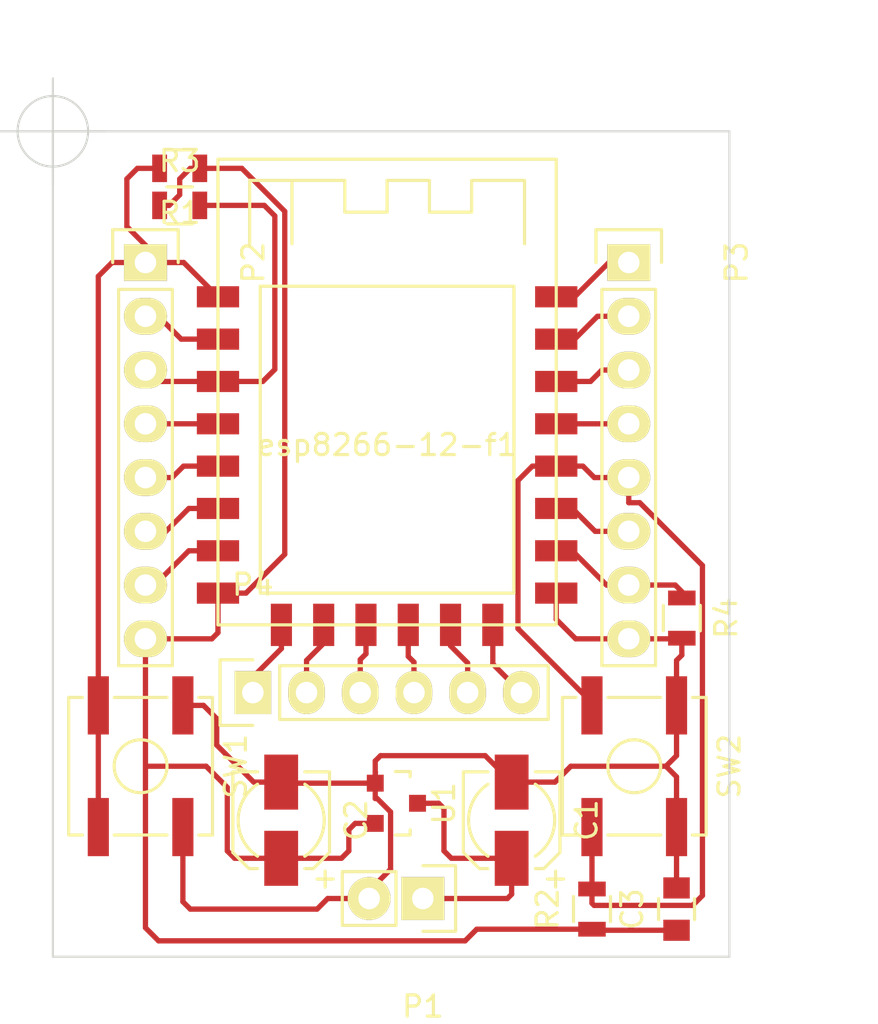
<source format=kicad_pcb>
(kicad_pcb (version 20171130) (host pcbnew "(5.1.12)-1")

  (general
    (thickness 1.6)
    (drawings 7)
    (tracks 175)
    (zones 0)
    (modules 15)
    (nets 24)
  )

  (page A4)
  (layers
    (0 F.Cu signal)
    (31 B.Cu signal)
    (32 B.Adhes user)
    (33 F.Adhes user)
    (34 B.Paste user)
    (35 F.Paste user)
    (36 B.SilkS user)
    (37 F.SilkS user)
    (38 B.Mask user)
    (39 F.Mask user)
    (40 Dwgs.User user)
    (41 Cmts.User user)
    (42 Eco1.User user)
    (43 Eco2.User user)
    (44 Edge.Cuts user)
    (45 Margin user)
    (46 B.CrtYd user)
    (47 F.CrtYd user hide)
    (48 B.Fab user)
    (49 F.Fab user)
  )

  (setup
    (last_trace_width 0.25)
    (trace_clearance 0.2)
    (zone_clearance 0.508)
    (zone_45_only no)
    (trace_min 0.2)
    (via_size 0.6)
    (via_drill 0.4)
    (via_min_size 0.4)
    (via_min_drill 0.3)
    (uvia_size 0.3)
    (uvia_drill 0.1)
    (uvias_allowed no)
    (uvia_min_size 0.2)
    (uvia_min_drill 0.1)
    (edge_width 0.1)
    (segment_width 0.2)
    (pcb_text_width 0.3)
    (pcb_text_size 1.5 1.5)
    (mod_edge_width 0.15)
    (mod_text_size 1 1)
    (mod_text_width 0.15)
    (pad_size 1.5 1.5)
    (pad_drill 0.6)
    (pad_to_mask_clearance 0)
    (aux_axis_origin 115 77)
    (visible_elements 7FFFFFFF)
    (pcbplotparams
      (layerselection 0x00030_80000001)
      (usegerberextensions false)
      (usegerberattributes true)
      (usegerberadvancedattributes true)
      (creategerberjobfile true)
      (excludeedgelayer true)
      (linewidth 0.100000)
      (plotframeref false)
      (viasonmask false)
      (mode 1)
      (useauxorigin false)
      (hpglpennumber 1)
      (hpglpenspeed 20)
      (hpglpendiameter 15.000000)
      (psnegative false)
      (psa4output false)
      (plotreference true)
      (plotvalue true)
      (plotinvisibletext false)
      (padsonsilk false)
      (subtractmaskfromsilk false)
      (outputformat 1)
      (mirror false)
      (drillshape 1)
      (scaleselection 1)
      (outputdirectory ""))
  )

  (net 0 "")
  (net 1 "Net-(C1-Pad1)")
  (net 2 GND)
  (net 3 VCC)
  (net 4 /RST)
  (net 5 /ADC)
  (net 6 /EN)
  (net 7 /GPIO16)
  (net 8 /GPIO14)
  (net 9 /GPIO12)
  (net 10 /GPIO13)
  (net 11 /CS0)
  (net 12 /MISO)
  (net 13 /GPIO9)
  (net 14 /GPIO10)
  (net 15 /MOSI)
  (net 16 /SCLK)
  (net 17 /GPIO15)
  (net 18 /GPIO2)
  (net 19 /GPIO0)
  (net 20 /GPIO4)
  (net 21 /GPIO5)
  (net 22 /RXD)
  (net 23 /TXD)

  (net_class Default "Это класс цепей по умолчанию."
    (clearance 0.2)
    (trace_width 0.25)
    (via_dia 0.6)
    (via_drill 0.4)
    (uvia_dia 0.3)
    (uvia_drill 0.1)
    (add_net /ADC)
    (add_net /CS0)
    (add_net /EN)
    (add_net /GPIO0)
    (add_net /GPIO10)
    (add_net /GPIO12)
    (add_net /GPIO13)
    (add_net /GPIO14)
    (add_net /GPIO15)
    (add_net /GPIO16)
    (add_net /GPIO2)
    (add_net /GPIO4)
    (add_net /GPIO5)
    (add_net /GPIO9)
    (add_net /MISO)
    (add_net /MOSI)
    (add_net /RST)
    (add_net /RXD)
    (add_net /SCLK)
    (add_net /TXD)
    (add_net GND)
    (add_net "Net-(C1-Pad1)")
    (add_net VCC)
  )

  (module Socket_Strips:Socket_Strip_Straight_1x08 locked (layer F.Cu) (tedit 0) (tstamp 58115C9E)
    (at 163.24 79.2 270)
    (descr "Through hole socket strip")
    (tags "socket strip")
    (path /5811AC52)
    (fp_text reference P3 (at 0 -5.1 270) (layer F.SilkS)
      (effects (font (size 1 1) (thickness 0.15)))
    )
    (fp_text value CONN_01X08 (at 0 -3.1 270) (layer F.Fab)
      (effects (font (size 1 1) (thickness 0.15)))
    )
    (fp_line (start -1.55 -1.55) (end -1.55 1.55) (layer F.SilkS) (width 0.15))
    (fp_line (start 0 -1.55) (end -1.55 -1.55) (layer F.SilkS) (width 0.15))
    (fp_line (start 1.27 1.27) (end 1.27 -1.27) (layer F.SilkS) (width 0.15))
    (fp_line (start -1.55 1.55) (end 0 1.55) (layer F.SilkS) (width 0.15))
    (fp_line (start 19.05 -1.27) (end 1.27 -1.27) (layer F.SilkS) (width 0.15))
    (fp_line (start 19.05 1.27) (end 19.05 -1.27) (layer F.SilkS) (width 0.15))
    (fp_line (start 1.27 1.27) (end 19.05 1.27) (layer F.SilkS) (width 0.15))
    (fp_line (start -1.75 1.75) (end 19.55 1.75) (layer F.CrtYd) (width 0.05))
    (fp_line (start -1.75 -1.75) (end 19.55 -1.75) (layer F.CrtYd) (width 0.05))
    (fp_line (start 19.55 -1.75) (end 19.55 1.75) (layer F.CrtYd) (width 0.05))
    (fp_line (start -1.75 -1.75) (end -1.75 1.75) (layer F.CrtYd) (width 0.05))
    (pad 1 thru_hole rect (at 0 0 270) (size 1.7272 2.032) (drill 1.016) (layers *.Cu *.Mask F.SilkS)
      (net 23 /TXD))
    (pad 2 thru_hole oval (at 2.54 0 270) (size 1.7272 2.032) (drill 1.016) (layers *.Cu *.Mask F.SilkS)
      (net 22 /RXD))
    (pad 3 thru_hole oval (at 5.08 0 270) (size 1.7272 2.032) (drill 1.016) (layers *.Cu *.Mask F.SilkS)
      (net 21 /GPIO5))
    (pad 4 thru_hole oval (at 7.62 0 270) (size 1.7272 2.032) (drill 1.016) (layers *.Cu *.Mask F.SilkS)
      (net 20 /GPIO4))
    (pad 5 thru_hole oval (at 10.16 0 270) (size 1.7272 2.032) (drill 1.016) (layers *.Cu *.Mask F.SilkS)
      (net 19 /GPIO0))
    (pad 6 thru_hole oval (at 12.7 0 270) (size 1.7272 2.032) (drill 1.016) (layers *.Cu *.Mask F.SilkS)
      (net 18 /GPIO2))
    (pad 7 thru_hole oval (at 15.24 0 270) (size 1.7272 2.032) (drill 1.016) (layers *.Cu *.Mask F.SilkS)
      (net 17 /GPIO15))
    (pad 8 thru_hole oval (at 17.78 0 270) (size 1.7272 2.032) (drill 1.016) (layers *.Cu *.Mask F.SilkS)
      (net 2 GND))
    (model Socket_Strips.3dshapes/Socket_Strip_Straight_1x08.wrl
      (offset (xyz 8.889999866485596 0 0))
      (scale (xyz 1 1 1))
      (rotate (xyz 0 0 180))
    )
  )

  (module Socket_Strips:Socket_Strip_Straight_1x08 locked (layer F.Cu) (tedit 0) (tstamp 58115C87)
    (at 140.38 79.2 270)
    (descr "Through hole socket strip")
    (tags "socket strip")
    (path /5811B8FF)
    (fp_text reference P2 (at 0 -5.1 270) (layer F.SilkS)
      (effects (font (size 1 1) (thickness 0.15)))
    )
    (fp_text value CONN_01X08 (at 0 -3.1 270) (layer F.Fab)
      (effects (font (size 1 1) (thickness 0.15)))
    )
    (fp_line (start -1.55 -1.55) (end -1.55 1.55) (layer F.SilkS) (width 0.15))
    (fp_line (start 0 -1.55) (end -1.55 -1.55) (layer F.SilkS) (width 0.15))
    (fp_line (start 1.27 1.27) (end 1.27 -1.27) (layer F.SilkS) (width 0.15))
    (fp_line (start -1.55 1.55) (end 0 1.55) (layer F.SilkS) (width 0.15))
    (fp_line (start 19.05 -1.27) (end 1.27 -1.27) (layer F.SilkS) (width 0.15))
    (fp_line (start 19.05 1.27) (end 19.05 -1.27) (layer F.SilkS) (width 0.15))
    (fp_line (start 1.27 1.27) (end 19.05 1.27) (layer F.SilkS) (width 0.15))
    (fp_line (start -1.75 1.75) (end 19.55 1.75) (layer F.CrtYd) (width 0.05))
    (fp_line (start -1.75 -1.75) (end 19.55 -1.75) (layer F.CrtYd) (width 0.05))
    (fp_line (start 19.55 -1.75) (end 19.55 1.75) (layer F.CrtYd) (width 0.05))
    (fp_line (start -1.75 -1.75) (end -1.75 1.75) (layer F.CrtYd) (width 0.05))
    (pad 1 thru_hole rect (at 0 0 270) (size 1.7272 2.032) (drill 1.016) (layers *.Cu *.Mask F.SilkS)
      (net 4 /RST))
    (pad 2 thru_hole oval (at 2.54 0 270) (size 1.7272 2.032) (drill 1.016) (layers *.Cu *.Mask F.SilkS)
      (net 5 /ADC))
    (pad 3 thru_hole oval (at 5.08 0 270) (size 1.7272 2.032) (drill 1.016) (layers *.Cu *.Mask F.SilkS)
      (net 6 /EN))
    (pad 4 thru_hole oval (at 7.62 0 270) (size 1.7272 2.032) (drill 1.016) (layers *.Cu *.Mask F.SilkS)
      (net 7 /GPIO16))
    (pad 5 thru_hole oval (at 10.16 0 270) (size 1.7272 2.032) (drill 1.016) (layers *.Cu *.Mask F.SilkS)
      (net 8 /GPIO14))
    (pad 6 thru_hole oval (at 12.7 0 270) (size 1.7272 2.032) (drill 1.016) (layers *.Cu *.Mask F.SilkS)
      (net 9 /GPIO12))
    (pad 7 thru_hole oval (at 15.24 0 270) (size 1.7272 2.032) (drill 1.016) (layers *.Cu *.Mask F.SilkS)
      (net 10 /GPIO13))
    (pad 8 thru_hole oval (at 17.78 0 270) (size 1.7272 2.032) (drill 1.016) (layers *.Cu *.Mask F.SilkS)
      (net 3 VCC))
    (model Socket_Strips.3dshapes/Socket_Strip_Straight_1x08.wrl
      (offset (xyz 8.889999866485596 0 0))
      (scale (xyz 1 1 1))
      (rotate (xyz 0 0 180))
    )
  )

  (module Buttons_Switches_SMD:SW_SPST_B3SL-1002P placed (layer F.Cu) (tedit 56ED9E57) (tstamp 58115D15)
    (at 163.5 103 270)
    (descr "Middle Stroke Tactile Switch, B3SL")
    (tags "Middle Stroke Tactile Switch")
    (path /58118E9E)
    (attr smd)
    (fp_text reference SW2 (at 0 -4.5 270) (layer F.SilkS)
      (effects (font (size 1 1) (thickness 0.15)))
    )
    (fp_text value SW_PUSH (at 0 4.75 270) (layer F.Fab)
      (effects (font (size 1 1) (thickness 0.15)))
    )
    (fp_line (start -3.1 3.25) (end -3.1 -3.25) (layer F.Fab) (width 0.15))
    (fp_line (start 3.1 3.25) (end -3.1 3.25) (layer F.Fab) (width 0.15))
    (fp_line (start 3.1 -3.25) (end 3.1 3.25) (layer F.Fab) (width 0.15))
    (fp_line (start -3.1 -3.25) (end 3.1 -3.25) (layer F.Fab) (width 0.15))
    (fp_line (start -3.25 -1.25) (end -3.25 1.25) (layer F.SilkS) (width 0.15))
    (fp_line (start 3.25 -1.25) (end 3.25 1.25) (layer F.SilkS) (width 0.15))
    (fp_line (start -3.25 -3.4) (end -3.25 -2.75) (layer F.SilkS) (width 0.15))
    (fp_line (start 3.25 -3.4) (end -3.25 -3.4) (layer F.SilkS) (width 0.15))
    (fp_line (start 3.25 -2.75) (end 3.25 -3.4) (layer F.SilkS) (width 0.15))
    (fp_line (start -3.25 3.4) (end -3.25 2.75) (layer F.SilkS) (width 0.15))
    (fp_line (start 3.25 3.4) (end -3.25 3.4) (layer F.SilkS) (width 0.15))
    (fp_line (start 3.25 2.75) (end 3.25 3.4) (layer F.SilkS) (width 0.15))
    (fp_line (start -4.5 -3.65) (end -4.5 3.65) (layer F.CrtYd) (width 0.05))
    (fp_line (start 4.5 -3.65) (end -4.5 -3.65) (layer F.CrtYd) (width 0.05))
    (fp_line (start 4.5 3.65) (end 4.5 -3.65) (layer F.CrtYd) (width 0.05))
    (fp_line (start -4.5 3.65) (end 4.5 3.65) (layer F.CrtYd) (width 0.05))
    (fp_circle (center 0 0) (end 1.25 0) (layer F.SilkS) (width 0.15))
    (pad 1 smd rect (at -2.875 -2 270) (size 2.75 1) (layers F.Cu F.Paste F.Mask)
      (net 2 GND))
    (pad 1 smd rect (at 2.875 -2 270) (size 2.75 1) (layers F.Cu F.Paste F.Mask)
      (net 2 GND))
    (pad 2 smd rect (at 2.875 2 270) (size 2.75 1) (layers F.Cu F.Paste F.Mask)
      (net 19 /GPIO0))
    (pad 2 smd rect (at -2.875 2 270) (size 2.75 1) (layers F.Cu F.Paste F.Mask)
      (net 19 /GPIO0))
  )

  (module Buttons_Switches_SMD:SW_SPST_B3SL-1002P placed (layer F.Cu) (tedit 56ED9E57) (tstamp 58115CFC)
    (at 140.15 103 270)
    (descr "Middle Stroke Tactile Switch, B3SL")
    (tags "Middle Stroke Tactile Switch")
    (path /581186E4)
    (attr smd)
    (fp_text reference SW1 (at 0 -4.5 270) (layer F.SilkS)
      (effects (font (size 1 1) (thickness 0.15)))
    )
    (fp_text value SW_PUSH (at 0 4.75 270) (layer F.Fab)
      (effects (font (size 1 1) (thickness 0.15)))
    )
    (fp_line (start -3.1 3.25) (end -3.1 -3.25) (layer F.Fab) (width 0.15))
    (fp_line (start 3.1 3.25) (end -3.1 3.25) (layer F.Fab) (width 0.15))
    (fp_line (start 3.1 -3.25) (end 3.1 3.25) (layer F.Fab) (width 0.15))
    (fp_line (start -3.1 -3.25) (end 3.1 -3.25) (layer F.Fab) (width 0.15))
    (fp_line (start -3.25 -1.25) (end -3.25 1.25) (layer F.SilkS) (width 0.15))
    (fp_line (start 3.25 -1.25) (end 3.25 1.25) (layer F.SilkS) (width 0.15))
    (fp_line (start -3.25 -3.4) (end -3.25 -2.75) (layer F.SilkS) (width 0.15))
    (fp_line (start 3.25 -3.4) (end -3.25 -3.4) (layer F.SilkS) (width 0.15))
    (fp_line (start 3.25 -2.75) (end 3.25 -3.4) (layer F.SilkS) (width 0.15))
    (fp_line (start -3.25 3.4) (end -3.25 2.75) (layer F.SilkS) (width 0.15))
    (fp_line (start 3.25 3.4) (end -3.25 3.4) (layer F.SilkS) (width 0.15))
    (fp_line (start 3.25 2.75) (end 3.25 3.4) (layer F.SilkS) (width 0.15))
    (fp_line (start -4.5 -3.65) (end -4.5 3.65) (layer F.CrtYd) (width 0.05))
    (fp_line (start 4.5 -3.65) (end -4.5 -3.65) (layer F.CrtYd) (width 0.05))
    (fp_line (start 4.5 3.65) (end 4.5 -3.65) (layer F.CrtYd) (width 0.05))
    (fp_line (start -4.5 3.65) (end 4.5 3.65) (layer F.CrtYd) (width 0.05))
    (fp_circle (center 0 0) (end 1.25 0) (layer F.SilkS) (width 0.15))
    (pad 1 smd rect (at -2.875 -2 270) (size 2.75 1) (layers F.Cu F.Paste F.Mask)
      (net 2 GND))
    (pad 1 smd rect (at 2.875 -2 270) (size 2.75 1) (layers F.Cu F.Paste F.Mask)
      (net 2 GND))
    (pad 2 smd rect (at 2.875 2 270) (size 2.75 1) (layers F.Cu F.Paste F.Mask)
      (net 4 /RST))
    (pad 2 smd rect (at -2.875 2 270) (size 2.75 1) (layers F.Cu F.Paste F.Mask)
      (net 4 /RST))
  )

  (module Capacitors_SMD:c_elec_4x5.8 placed (layer F.Cu) (tedit 57FA4419) (tstamp 58115C05)
    (at 157.7 105.55 90)
    (descr "SMT capacitor, aluminium electrolytic, 4x5.8")
    (path /5811CEF2)
    (attr smd)
    (fp_text reference C1 (at 0 3.5433 90) (layer F.SilkS)
      (effects (font (size 1 1) (thickness 0.15)))
    )
    (fp_text value 10μf (at 0 -3.5433 90) (layer F.Fab)
      (effects (font (size 1 1) (thickness 0.15)))
    )
    (fp_line (start -1.524 -2.286) (end -2.286 -1.524) (layer F.SilkS) (width 0.15))
    (fp_line (start -1.524 -2.286) (end 2.286 -2.286) (layer F.SilkS) (width 0.15))
    (fp_line (start -1.524 2.286) (end -2.286 1.524) (layer F.SilkS) (width 0.15))
    (fp_line (start -1.524 2.286) (end 2.286 2.286) (layer F.SilkS) (width 0.15))
    (fp_line (start 3.35 2.65) (end 3.35 -2.65) (layer F.CrtYd) (width 0.05))
    (fp_line (start -3.35 2.65) (end 3.35 2.65) (layer F.CrtYd) (width 0.05))
    (fp_line (start -3.35 -2.65) (end -3.35 2.65) (layer F.CrtYd) (width 0.05))
    (fp_line (start 3.35 -2.65) (end -3.35 -2.65) (layer F.CrtYd) (width 0.05))
    (fp_line (start -2.286 -1.524) (end -2.286 -1.1176) (layer F.SilkS) (width 0.15))
    (fp_line (start 2.286 -2.286) (end 2.286 -1.1176) (layer F.SilkS) (width 0.15))
    (fp_line (start 2.286 2.286) (end 2.286 1.1176) (layer F.SilkS) (width 0.15))
    (fp_line (start -2.286 1.524) (end -2.286 1.1176) (layer F.SilkS) (width 0.15))
    (fp_line (start 2.1336 -2.1336) (end -1.4605 -2.1336) (layer F.Fab) (width 0.15))
    (fp_line (start -1.4605 -2.1336) (end -2.1336 -1.4605) (layer F.Fab) (width 0.15))
    (fp_line (start -2.1336 -1.4605) (end -2.1336 1.4605) (layer F.Fab) (width 0.15))
    (fp_line (start -2.1336 1.4605) (end -1.4605 2.1336) (layer F.Fab) (width 0.15))
    (fp_line (start -1.4605 2.1336) (end 2.1336 2.1336) (layer F.Fab) (width 0.15))
    (fp_line (start 2.1336 2.1336) (end 2.1336 -2.1336) (layer F.Fab) (width 0.15))
    (fp_text user + (at -1.1176 -0.0635 90) (layer F.Fab)
      (effects (font (size 1 1) (thickness 0.15)))
    )
    (fp_text user + (at -2.7813 2.0066 90) (layer F.SilkS)
      (effects (font (size 1 1) (thickness 0.15)))
    )
    (fp_arc (start 0 0) (end 1.7018 1.1176) (angle 113.5052292) (layer F.SilkS) (width 0.15))
    (fp_arc (start 0 0) (end -1.7018 -1.1176) (angle 113.4128735) (layer F.SilkS) (width 0.15))
    (pad 1 smd rect (at -1.8 0 270) (size 2.6 1.6) (layers F.Cu F.Paste F.Mask)
      (net 1 "Net-(C1-Pad1)"))
    (pad 2 smd rect (at 1.8 0 270) (size 2.6 1.6) (layers F.Cu F.Paste F.Mask)
      (net 2 GND))
    (model Capacitors_SMD.3dshapes/c_elec_4x5.8.wrl
      (at (xyz 0 0 0))
      (scale (xyz 1 1 1))
      (rotate (xyz 0 0 180))
    )
  )

  (module Capacitors_SMD:c_elec_4x5.8 placed (layer F.Cu) (tedit 581289CF) (tstamp 58115C21)
    (at 146.8 105.55 90)
    (descr "SMT capacitor, aluminium electrolytic, 4x5.8")
    (path /5811CF67)
    (attr smd)
    (fp_text reference C2 (at 0 3.5433 90) (layer F.SilkS)
      (effects (font (size 1 1) (thickness 0.15)))
    )
    (fp_text value 10μf (at 0 -3.5433 90) (layer F.Fab)
      (effects (font (size 1 1) (thickness 0.15)))
    )
    (fp_line (start -1.524 -2.286) (end -2.286 -1.524) (layer F.SilkS) (width 0.15))
    (fp_line (start -1.524 -2.286) (end 2.286 -2.286) (layer F.SilkS) (width 0.15))
    (fp_line (start -1.524 2.286) (end -2.286 1.524) (layer F.SilkS) (width 0.15))
    (fp_line (start -1.524 2.286) (end 2.286 2.286) (layer F.SilkS) (width 0.15))
    (fp_line (start 3.35 2.65) (end 3.35 -2.65) (layer F.CrtYd) (width 0.05))
    (fp_line (start -3.35 2.65) (end 3.35 2.65) (layer F.CrtYd) (width 0.05))
    (fp_line (start -3.35 -2.65) (end -3.35 2.65) (layer F.CrtYd) (width 0.05))
    (fp_line (start 3.35 -2.65) (end -3.35 -2.65) (layer F.CrtYd) (width 0.05))
    (fp_line (start -2.286 -1.524) (end -2.286 -1.1176) (layer F.SilkS) (width 0.15))
    (fp_line (start 2.286 -2.286) (end 2.286 -1.1176) (layer F.SilkS) (width 0.15))
    (fp_line (start 2.286 2.286) (end 2.286 1.1176) (layer F.SilkS) (width 0.15))
    (fp_line (start -2.286 1.524) (end -2.286 1.1176) (layer F.SilkS) (width 0.15))
    (fp_line (start 2.1336 -2.1336) (end -1.4605 -2.1336) (layer F.Fab) (width 0.15))
    (fp_line (start -1.4605 -2.1336) (end -2.1336 -1.4605) (layer F.Fab) (width 0.15))
    (fp_line (start -2.1336 -1.4605) (end -2.1336 1.4605) (layer F.Fab) (width 0.15))
    (fp_line (start -2.1336 1.4605) (end -1.4605 2.1336) (layer F.Fab) (width 0.15))
    (fp_line (start -1.4605 2.1336) (end 2.1336 2.1336) (layer F.Fab) (width 0.15))
    (fp_line (start 2.1336 2.1336) (end 2.1336 -2.1336) (layer F.Fab) (width 0.15))
    (fp_text user + (at -1.1176 -0.0635 90) (layer F.Fab)
      (effects (font (size 1 1) (thickness 0.15)))
    )
    (fp_text user + (at -2.7813 2.0066 90) (layer F.SilkS)
      (effects (font (size 1 1) (thickness 0.15)))
    )
    (fp_arc (start 0 0) (end 1.7018 1.1176) (angle 113.5052292) (layer F.SilkS) (width 0.15))
    (fp_arc (start 0 0) (end -1.7018 -1.1176) (angle 113.4128735) (layer F.SilkS) (width 0.15))
    (pad 1 smd rect (at -1.8 0 270) (size 2.6 1.6) (layers F.Cu F.Paste F.Mask)
      (net 3 VCC))
    (pad 2 smd rect (at 1.8 0 270) (size 2.6 1.6) (layers F.Cu F.Paste F.Mask)
      (net 2 GND))
    (model Capacitors_SMD.3dshapes/c_elec_4x5.8.wrl
      (at (xyz 0 0 0))
      (scale (xyz 1 1 1))
      (rotate (xyz 0 0 180))
    )
  )

  (module Capacitors_SMD:C_0805 placed (layer F.Cu) (tedit 58128674) (tstamp 58115C31)
    (at 165.5 109.75 90)
    (descr "Capacitor SMD 0805, reflow soldering, AVX (see smccp.pdf)")
    (tags "capacitor 0805")
    (path /58114BC5)
    (attr smd)
    (fp_text reference C3 (at 0 -2.1 90) (layer F.SilkS)
      (effects (font (size 1 1) (thickness 0.15)))
    )
    (fp_text value 100μ (at 0 2.1 90) (layer F.Fab) hide
      (effects (font (size 1 1) (thickness 0.15)))
    )
    (fp_line (start -0.5 0.85) (end 0.5 0.85) (layer F.SilkS) (width 0.15))
    (fp_line (start 0.5 -0.85) (end -0.5 -0.85) (layer F.SilkS) (width 0.15))
    (fp_line (start 1.8 -1) (end 1.8 1) (layer F.CrtYd) (width 0.05))
    (fp_line (start -1.8 -1) (end -1.8 1) (layer F.CrtYd) (width 0.05))
    (fp_line (start -1.8 1) (end 1.8 1) (layer F.CrtYd) (width 0.05))
    (fp_line (start -1.8 -1) (end 1.8 -1) (layer F.CrtYd) (width 0.05))
    (fp_line (start -1 -0.625) (end 1 -0.625) (layer F.Fab) (width 0.15))
    (fp_line (start 1 -0.625) (end 1 0.625) (layer F.Fab) (width 0.15))
    (fp_line (start 1 0.625) (end -1 0.625) (layer F.Fab) (width 0.15))
    (fp_line (start -1 0.625) (end -1 -0.625) (layer F.Fab) (width 0.15))
    (pad 1 smd rect (at -1 0 90) (size 1 1.25) (layers F.Cu F.Paste F.Mask)
      (net 3 VCC))
    (pad 2 smd rect (at 1 0 90) (size 1 1.25) (layers F.Cu F.Paste F.Mask)
      (net 2 GND))
    (model Capacitors_SMD.3dshapes/C_0805.wrl
      (at (xyz 0 0 0))
      (scale (xyz 1 1 1))
      (rotate (xyz 0 0 0))
    )
  )

  (module esp8266:esp8266-12f locked (layer F.Cu) (tedit 5810E4F3) (tstamp 58115C5F)
    (at 151.81 86.82)
    (path /58124A22)
    (fp_text reference esp8266-12-f1 (at 0 1) (layer F.SilkS)
      (effects (font (size 1 1) (thickness 0.15)))
    )
    (fp_text value esp8266-12f (at 0 -1) (layer F.Fab)
      (effects (font (size 1 1) (thickness 0.15)))
    )
    (fp_line (start -8 9.5) (end -8 -12.5) (layer F.SilkS) (width 0.15))
    (fp_line (start 8 9.5) (end -8 9.5) (layer F.SilkS) (width 0.15))
    (fp_line (start 8 -12.5) (end 8 9.5) (layer F.SilkS) (width 0.15))
    (fp_line (start -8 -12.5) (end 8 -12.5) (layer F.SilkS) (width 0.15))
    (fp_line (start 6.5 -11.5) (end 6.5 -8.5) (layer F.SilkS) (width 0.15))
    (fp_line (start 4 -11.5) (end 6.5 -11.5) (layer F.SilkS) (width 0.15))
    (fp_line (start 4 -10) (end 4 -11.5) (layer F.SilkS) (width 0.15))
    (fp_line (start 2 -10) (end 4 -10) (layer F.SilkS) (width 0.15))
    (fp_line (start 2 -11.5) (end 2 -10) (layer F.SilkS) (width 0.15))
    (fp_line (start 0 -11.5) (end 2 -11.5) (layer F.SilkS) (width 0.15))
    (fp_line (start 0 -10) (end 0 -11.5) (layer F.SilkS) (width 0.15))
    (fp_line (start -2 -10) (end 0 -10) (layer F.SilkS) (width 0.15))
    (fp_line (start -2 -11.5) (end -2 -10) (layer F.SilkS) (width 0.15))
    (fp_line (start -6.5 -11.5) (end -2 -11.5) (layer F.SilkS) (width 0.15))
    (fp_line (start -6.5 -8.5) (end -6.5 -11.5) (layer F.SilkS) (width 0.15))
    (fp_line (start -4.5 -8.5) (end -4.5 -11.5) (layer F.SilkS) (width 0.15))
    (fp_line (start -6 8) (end -6 -6.5) (layer F.SilkS) (width 0.15))
    (fp_line (start 6 8) (end -6 8) (layer F.SilkS) (width 0.15))
    (fp_line (start 6 -6.5) (end 6 8) (layer F.SilkS) (width 0.15))
    (fp_line (start -6 -6.5) (end 6 -6.5) (layer F.SilkS) (width 0.15))
    (pad 1 smd rect (at -8 -6) (size 2 1) (layers F.Cu F.Paste F.Mask)
      (net 4 /RST))
    (pad 2 smd rect (at -8 -4) (size 2 1) (layers F.Cu F.Paste F.Mask)
      (net 5 /ADC))
    (pad 3 smd rect (at -8 -2) (size 2 1) (layers F.Cu F.Paste F.Mask)
      (net 6 /EN))
    (pad 4 smd rect (at -8 0) (size 2 1) (layers F.Cu F.Paste F.Mask)
      (net 7 /GPIO16))
    (pad 5 smd rect (at -8 2) (size 2 1) (layers F.Cu F.Paste F.Mask)
      (net 8 /GPIO14))
    (pad 6 smd rect (at -8 4) (size 2 1) (layers F.Cu F.Paste F.Mask)
      (net 9 /GPIO12))
    (pad 7 smd rect (at -8 6) (size 2 1) (layers F.Cu F.Paste F.Mask)
      (net 10 /GPIO13))
    (pad 8 smd rect (at -8 8) (size 2 1) (layers F.Cu F.Paste F.Mask)
      (net 3 VCC))
    (pad 9 smd rect (at -5 9.5) (size 1 2) (layers F.Cu F.Paste F.Mask)
      (net 11 /CS0))
    (pad 10 smd rect (at -3 9.5) (size 1 2) (layers F.Cu F.Paste F.Mask)
      (net 12 /MISO))
    (pad 11 smd rect (at -1 9.5) (size 1 2) (layers F.Cu F.Paste F.Mask)
      (net 13 /GPIO9))
    (pad 12 smd rect (at 1 9.5) (size 1 2) (layers F.Cu F.Paste F.Mask)
      (net 14 /GPIO10))
    (pad 13 smd rect (at 3 9.5) (size 1 2) (layers F.Cu F.Paste F.Mask)
      (net 15 /MOSI))
    (pad 14 smd rect (at 5 9.5) (size 1 2) (layers F.Cu F.Paste F.Mask)
      (net 16 /SCLK))
    (pad 15 smd rect (at 8 8) (size 2 1) (layers F.Cu F.Paste F.Mask)
      (net 2 GND))
    (pad 16 smd rect (at 8 6) (size 2 1) (layers F.Cu F.Paste F.Mask)
      (net 17 /GPIO15))
    (pad 17 smd rect (at 8 4) (size 2 1) (layers F.Cu F.Paste F.Mask)
      (net 18 /GPIO2))
    (pad 18 smd rect (at 8 2) (size 2 1) (layers F.Cu F.Paste F.Mask)
      (net 19 /GPIO0))
    (pad 19 smd rect (at 8 0) (size 2 1) (layers F.Cu F.Paste F.Mask)
      (net 20 /GPIO4))
    (pad 20 smd rect (at 8 -2) (size 2 1) (layers F.Cu F.Paste F.Mask)
      (net 21 /GPIO5))
    (pad 21 smd rect (at 8 -4) (size 2 1) (layers F.Cu F.Paste F.Mask)
      (net 22 /RXD))
    (pad 22 smd rect (at 8 -6) (size 2 1) (layers F.Cu F.Paste F.Mask)
      (net 23 /TXD))
  )

  (module Socket_Strips:Socket_Strip_Straight_1x02 placed (layer F.Cu) (tedit 54E9F75E) (tstamp 58115C70)
    (at 153.5 109.25 180)
    (descr "Through hole socket strip")
    (tags "socket strip")
    (path /58112D2B)
    (fp_text reference P1 (at 0 -5.1 180) (layer F.SilkS)
      (effects (font (size 1 1) (thickness 0.15)))
    )
    (fp_text value VIN (at 0 -3.1 180) (layer F.Fab)
      (effects (font (size 1 1) (thickness 0.15)))
    )
    (fp_line (start 3.81 -1.27) (end 3.81 1.27) (layer F.SilkS) (width 0.15))
    (fp_line (start 1.27 -1.27) (end 3.81 -1.27) (layer F.SilkS) (width 0.15))
    (fp_line (start -1.55 -1.55) (end -1.55 1.55) (layer F.SilkS) (width 0.15))
    (fp_line (start 0 -1.55) (end -1.55 -1.55) (layer F.SilkS) (width 0.15))
    (fp_line (start 1.27 1.27) (end 1.27 -1.27) (layer F.SilkS) (width 0.15))
    (fp_line (start -1.75 1.75) (end 4.3 1.75) (layer F.CrtYd) (width 0.05))
    (fp_line (start -1.75 -1.75) (end 4.3 -1.75) (layer F.CrtYd) (width 0.05))
    (fp_line (start 4.3 -1.75) (end 4.3 1.75) (layer F.CrtYd) (width 0.05))
    (fp_line (start -1.75 -1.75) (end -1.75 1.75) (layer F.CrtYd) (width 0.05))
    (fp_line (start 3.81 1.27) (end 1.27 1.27) (layer F.SilkS) (width 0.15))
    (fp_line (start -1.55 1.55) (end 0 1.55) (layer F.SilkS) (width 0.15))
    (pad 1 thru_hole rect (at 0 0 180) (size 2.032 2.032) (drill 1.016) (layers *.Cu *.Mask F.SilkS)
      (net 1 "Net-(C1-Pad1)"))
    (pad 2 thru_hole oval (at 2.54 0 180) (size 2.032 2.032) (drill 1.016) (layers *.Cu *.Mask F.SilkS)
      (net 2 GND))
    (model Socket_Strips.3dshapes/Socket_Strip_Straight_1x02.wrl
      (offset (xyz 1.269999980926514 0 0))
      (scale (xyz 1 1 1))
      (rotate (xyz 0 0 180))
    )
  )

  (module Socket_Strips:Socket_Strip_Straight_1x06 locked (layer F.Cu) (tedit 0) (tstamp 58115CB3)
    (at 145.46 99.52)
    (descr "Through hole socket strip")
    (tags "socket strip")
    (path /5811C922)
    (fp_text reference P4 (at 0 -5.1) (layer F.SilkS)
      (effects (font (size 1 1) (thickness 0.15)))
    )
    (fp_text value CONN_01X06 (at 0 -3.1) (layer F.Fab)
      (effects (font (size 1 1) (thickness 0.15)))
    )
    (fp_line (start -1.55 -1.55) (end -1.55 1.55) (layer F.SilkS) (width 0.15))
    (fp_line (start 0 -1.55) (end -1.55 -1.55) (layer F.SilkS) (width 0.15))
    (fp_line (start 1.27 1.27) (end 1.27 -1.27) (layer F.SilkS) (width 0.15))
    (fp_line (start -1.55 1.55) (end 0 1.55) (layer F.SilkS) (width 0.15))
    (fp_line (start 13.97 -1.27) (end 1.27 -1.27) (layer F.SilkS) (width 0.15))
    (fp_line (start 13.97 1.27) (end 13.97 -1.27) (layer F.SilkS) (width 0.15))
    (fp_line (start 1.27 1.27) (end 13.97 1.27) (layer F.SilkS) (width 0.15))
    (fp_line (start -1.75 1.75) (end 14.45 1.75) (layer F.CrtYd) (width 0.05))
    (fp_line (start -1.75 -1.75) (end 14.45 -1.75) (layer F.CrtYd) (width 0.05))
    (fp_line (start 14.45 -1.75) (end 14.45 1.75) (layer F.CrtYd) (width 0.05))
    (fp_line (start -1.75 -1.75) (end -1.75 1.75) (layer F.CrtYd) (width 0.05))
    (pad 1 thru_hole rect (at 0 0) (size 1.7272 2.032) (drill 1.016) (layers *.Cu *.Mask F.SilkS)
      (net 11 /CS0))
    (pad 2 thru_hole oval (at 2.54 0) (size 1.7272 2.032) (drill 1.016) (layers *.Cu *.Mask F.SilkS)
      (net 12 /MISO))
    (pad 3 thru_hole oval (at 5.08 0) (size 1.7272 2.032) (drill 1.016) (layers *.Cu *.Mask F.SilkS)
      (net 13 /GPIO9))
    (pad 4 thru_hole oval (at 7.62 0) (size 1.7272 2.032) (drill 1.016) (layers *.Cu *.Mask F.SilkS)
      (net 14 /GPIO10))
    (pad 5 thru_hole oval (at 10.16 0) (size 1.7272 2.032) (drill 1.016) (layers *.Cu *.Mask F.SilkS)
      (net 15 /MOSI))
    (pad 6 thru_hole oval (at 12.7 0) (size 1.7272 2.032) (drill 1.016) (layers *.Cu *.Mask F.SilkS)
      (net 16 /SCLK))
    (model Socket_Strips.3dshapes/Socket_Strip_Straight_1x06.wrl
      (offset (xyz 6.349999904632568 0 0))
      (scale (xyz 1 1 1))
      (rotate (xyz 0 0 180))
    )
  )

  (module Resistors_SMD:R_0805 placed (layer F.Cu) (tedit 5415CDEB) (tstamp 58115CBF)
    (at 142 74.75 180)
    (descr "Resistor SMD 0805, reflow soldering, Vishay (see dcrcw.pdf)")
    (tags "resistor 0805")
    (path /58117E2E)
    (attr smd)
    (fp_text reference R1 (at 0 -2.1 180) (layer F.SilkS)
      (effects (font (size 1 1) (thickness 0.15)))
    )
    (fp_text value 10K (at 0 2.1 180) (layer F.Fab)
      (effects (font (size 1 1) (thickness 0.15)))
    )
    (fp_line (start -0.6 -0.875) (end 0.6 -0.875) (layer F.SilkS) (width 0.15))
    (fp_line (start 0.6 0.875) (end -0.6 0.875) (layer F.SilkS) (width 0.15))
    (fp_line (start 1.6 -1) (end 1.6 1) (layer F.CrtYd) (width 0.05))
    (fp_line (start -1.6 -1) (end -1.6 1) (layer F.CrtYd) (width 0.05))
    (fp_line (start -1.6 1) (end 1.6 1) (layer F.CrtYd) (width 0.05))
    (fp_line (start -1.6 -1) (end 1.6 -1) (layer F.CrtYd) (width 0.05))
    (pad 1 smd rect (at -0.95 0 180) (size 0.7 1.3) (layers F.Cu F.Paste F.Mask)
      (net 3 VCC))
    (pad 2 smd rect (at 0.95 0 180) (size 0.7 1.3) (layers F.Cu F.Paste F.Mask)
      (net 4 /RST))
    (model Resistors_SMD.3dshapes/R_0805.wrl
      (at (xyz 0 0 0))
      (scale (xyz 1 1 1))
      (rotate (xyz 0 0 0))
    )
  )

  (module Resistors_SMD:R_0805 placed (layer F.Cu) (tedit 5415CDEB) (tstamp 58115CCB)
    (at 161.5 109.75 90)
    (descr "Resistor SMD 0805, reflow soldering, Vishay (see dcrcw.pdf)")
    (tags "resistor 0805")
    (path /58118E95)
    (attr smd)
    (fp_text reference R2 (at 0 -2.1 90) (layer F.SilkS)
      (effects (font (size 1 1) (thickness 0.15)))
    )
    (fp_text value 10K (at 0 2.1 90) (layer F.Fab)
      (effects (font (size 1 1) (thickness 0.15)))
    )
    (fp_line (start -0.6 -0.875) (end 0.6 -0.875) (layer F.SilkS) (width 0.15))
    (fp_line (start 0.6 0.875) (end -0.6 0.875) (layer F.SilkS) (width 0.15))
    (fp_line (start 1.6 -1) (end 1.6 1) (layer F.CrtYd) (width 0.05))
    (fp_line (start -1.6 -1) (end -1.6 1) (layer F.CrtYd) (width 0.05))
    (fp_line (start -1.6 1) (end 1.6 1) (layer F.CrtYd) (width 0.05))
    (fp_line (start -1.6 -1) (end 1.6 -1) (layer F.CrtYd) (width 0.05))
    (pad 1 smd rect (at -0.95 0 90) (size 0.7 1.3) (layers F.Cu F.Paste F.Mask)
      (net 3 VCC))
    (pad 2 smd rect (at 0.95 0 90) (size 0.7 1.3) (layers F.Cu F.Paste F.Mask)
      (net 19 /GPIO0))
    (model Resistors_SMD.3dshapes/R_0805.wrl
      (at (xyz 0 0 0))
      (scale (xyz 1 1 1))
      (rotate (xyz 0 0 0))
    )
  )

  (module Resistors_SMD:R_0805 placed (layer F.Cu) (tedit 5415CDEB) (tstamp 58115CD7)
    (at 142 76.5)
    (descr "Resistor SMD 0805, reflow soldering, Vishay (see dcrcw.pdf)")
    (tags "resistor 0805")
    (path /5811429F)
    (attr smd)
    (fp_text reference R3 (at 0 -2.1) (layer F.SilkS)
      (effects (font (size 1 1) (thickness 0.15)))
    )
    (fp_text value 10K (at 0 2.1) (layer F.Fab)
      (effects (font (size 1 1) (thickness 0.15)))
    )
    (fp_line (start -0.6 -0.875) (end 0.6 -0.875) (layer F.SilkS) (width 0.15))
    (fp_line (start 0.6 0.875) (end -0.6 0.875) (layer F.SilkS) (width 0.15))
    (fp_line (start 1.6 -1) (end 1.6 1) (layer F.CrtYd) (width 0.05))
    (fp_line (start -1.6 -1) (end -1.6 1) (layer F.CrtYd) (width 0.05))
    (fp_line (start -1.6 1) (end 1.6 1) (layer F.CrtYd) (width 0.05))
    (fp_line (start -1.6 -1) (end 1.6 -1) (layer F.CrtYd) (width 0.05))
    (pad 1 smd rect (at -0.95 0) (size 0.7 1.3) (layers F.Cu F.Paste F.Mask)
      (net 3 VCC))
    (pad 2 smd rect (at 0.95 0) (size 0.7 1.3) (layers F.Cu F.Paste F.Mask)
      (net 6 /EN))
    (model Resistors_SMD.3dshapes/R_0805.wrl
      (at (xyz 0 0 0))
      (scale (xyz 1 1 1))
      (rotate (xyz 0 0 0))
    )
  )

  (module Resistors_SMD:R_0805 placed (layer F.Cu) (tedit 5415CDEB) (tstamp 58115CE3)
    (at 165.75 96 270)
    (descr "Resistor SMD 0805, reflow soldering, Vishay (see dcrcw.pdf)")
    (tags "resistor 0805")
    (path /581158EB)
    (attr smd)
    (fp_text reference R4 (at 0 -2.1 270) (layer F.SilkS)
      (effects (font (size 1 1) (thickness 0.15)))
    )
    (fp_text value 10K (at 0 2.1 270) (layer F.Fab)
      (effects (font (size 1 1) (thickness 0.15)))
    )
    (fp_line (start -0.6 -0.875) (end 0.6 -0.875) (layer F.SilkS) (width 0.15))
    (fp_line (start 0.6 0.875) (end -0.6 0.875) (layer F.SilkS) (width 0.15))
    (fp_line (start 1.6 -1) (end 1.6 1) (layer F.CrtYd) (width 0.05))
    (fp_line (start -1.6 -1) (end -1.6 1) (layer F.CrtYd) (width 0.05))
    (fp_line (start -1.6 1) (end 1.6 1) (layer F.CrtYd) (width 0.05))
    (fp_line (start -1.6 -1) (end 1.6 -1) (layer F.CrtYd) (width 0.05))
    (pad 1 smd rect (at -0.95 0 270) (size 0.7 1.3) (layers F.Cu F.Paste F.Mask)
      (net 17 /GPIO15))
    (pad 2 smd rect (at 0.95 0 270) (size 0.7 1.3) (layers F.Cu F.Paste F.Mask)
      (net 2 GND))
    (model Resistors_SMD.3dshapes/R_0805.wrl
      (at (xyz 0 0 0))
      (scale (xyz 1 1 1))
      (rotate (xyz 0 0 0))
    )
  )

  (module TO_SOT_Packages_SMD:SOT-23 placed (layer F.Cu) (tedit 553634F8) (tstamp 58115D25)
    (at 152.25 104.75 270)
    (descr "SOT-23, Standard")
    (tags SOT-23)
    (path /58112D86)
    (attr smd)
    (fp_text reference U1 (at 0 -2.25 270) (layer F.SilkS)
      (effects (font (size 1 1) (thickness 0.15)))
    )
    (fp_text value APE8865N-33-HF-3 (at 0 2.3 270) (layer F.Fab)
      (effects (font (size 1 1) (thickness 0.15)))
    )
    (fp_line (start 1.49982 -0.65024) (end 1.49982 0.0508) (layer F.SilkS) (width 0.15))
    (fp_line (start 1.29916 -0.65024) (end 1.49982 -0.65024) (layer F.SilkS) (width 0.15))
    (fp_line (start -1.49982 -0.65024) (end -1.2509 -0.65024) (layer F.SilkS) (width 0.15))
    (fp_line (start -1.49982 0.0508) (end -1.49982 -0.65024) (layer F.SilkS) (width 0.15))
    (fp_line (start 1.29916 -0.65024) (end 1.2509 -0.65024) (layer F.SilkS) (width 0.15))
    (fp_line (start -1.65 1.6) (end -1.65 -1.6) (layer F.CrtYd) (width 0.05))
    (fp_line (start 1.65 1.6) (end -1.65 1.6) (layer F.CrtYd) (width 0.05))
    (fp_line (start 1.65 -1.6) (end 1.65 1.6) (layer F.CrtYd) (width 0.05))
    (fp_line (start -1.65 -1.6) (end 1.65 -1.6) (layer F.CrtYd) (width 0.05))
    (pad 1 smd rect (at -0.95 1.00076 270) (size 0.8001 0.8001) (layers F.Cu F.Paste F.Mask)
      (net 2 GND))
    (pad 2 smd rect (at 0.95 1.00076 270) (size 0.8001 0.8001) (layers F.Cu F.Paste F.Mask)
      (net 3 VCC))
    (pad 3 smd rect (at 0 -0.99822 270) (size 0.8001 0.8001) (layers F.Cu F.Paste F.Mask)
      (net 1 "Net-(C1-Pad1)"))
    (model TO_SOT_Packages_SMD.3dshapes/SOT-23.wrl
      (at (xyz 0 0 0))
      (scale (xyz 1 1 1))
      (rotate (xyz 0 0 0))
    )
  )

  (target plus (at 136 73) (size 5) (width 0.1) (layer Edge.Cuts))
  (gr_line (start 168 112) (end 168 73) (angle 90) (layer Edge.Cuts) (width 0.1))
  (gr_line (start 136 112) (end 168 112) (angle 90) (layer Edge.Cuts) (width 0.1))
  (gr_line (start 136 73) (end 136 112) (angle 90) (layer Edge.Cuts) (width 0.1))
  (gr_line (start 168 73) (end 136 73) (angle 90) (layer Edge.Cuts) (width 0.1))
  (dimension 32 (width 0.3) (layer Eco1.User)
    (gr_text "32,000 мм" (at 152 68.65) (layer Eco1.User)
      (effects (font (size 1.5 1.5) (thickness 0.3)))
    )
    (feature1 (pts (xy 136 73) (xy 136 67.3)))
    (feature2 (pts (xy 168 73) (xy 168 67.3)))
    (crossbar (pts (xy 168 70) (xy 136 70)))
    (arrow1a (pts (xy 136 70) (xy 137.126504 69.413579)))
    (arrow1b (pts (xy 136 70) (xy 137.126504 70.586421)))
    (arrow2a (pts (xy 168 70) (xy 166.873496 69.413579)))
    (arrow2b (pts (xy 168 70) (xy 166.873496 70.586421)))
  )
  (dimension 39 (width 0.3) (layer Eco1.User)
    (gr_text "39,000 мм" (at 172.35 92.5 270) (layer Eco1.User)
      (effects (font (size 1.5 1.5) (thickness 0.3)))
    )
    (feature1 (pts (xy 168 112) (xy 173.7 112)))
    (feature2 (pts (xy 168 73) (xy 173.7 73)))
    (crossbar (pts (xy 171 73) (xy 171 112)))
    (arrow1a (pts (xy 171 112) (xy 170.413579 110.873496)))
    (arrow1b (pts (xy 171 112) (xy 171.586421 110.873496)))
    (arrow2a (pts (xy 171 73) (xy 170.413579 74.126504)))
    (arrow2b (pts (xy 171 73) (xy 171.586421 74.126504)))
  )

  (segment (start 153.2482 104.75) (end 153.248 104.75) (width 0.25) (layer F.Cu) (net 1))
  (segment (start 157.7 107.35) (end 154.85 107.35) (width 0.25) (layer F.Cu) (net 1))
  (segment (start 154.85 107.35) (end 154.5 107) (width 0.25) (layer F.Cu) (net 1))
  (segment (start 154.5 107) (end 154.5 105) (width 0.25) (layer F.Cu) (net 1))
  (segment (start 154.5 105) (end 154.25 104.75) (width 0.25) (layer F.Cu) (net 1))
  (segment (start 154.25 104.75) (end 153.2482 104.75) (width 0.25) (layer F.Cu) (net 1))
  (segment (start 153.5 109.25) (end 157.5 109.25) (width 0.25) (layer F.Cu) (net 1))
  (segment (start 157.5 109.25) (end 157.7 109.05) (width 0.25) (layer F.Cu) (net 1))
  (segment (start 157.7 109.05) (end 157.7 107.35) (width 0.25) (layer F.Cu) (net 1))
  (segment (start 165 103) (end 165.5 103.5) (width 0.25) (layer F.Cu) (net 2))
  (segment (start 165.5 103.5) (end 165.5 105.875) (width 0.25) (layer F.Cu) (net 2))
  (segment (start 157.7 103.75) (end 159.75 103.75) (width 0.25) (layer F.Cu) (net 2))
  (segment (start 159.75 103.75) (end 160.5 103) (width 0.25) (layer F.Cu) (net 2))
  (segment (start 160.5 103) (end 165 103) (width 0.25) (layer F.Cu) (net 2))
  (segment (start 165.5 100.125) (end 165.5 102.5) (width 0.25) (layer F.Cu) (net 2))
  (segment (start 165.5 102.5) (end 165 103) (width 0.25) (layer F.Cu) (net 2))
  (segment (start 165.75 96.95) (end 165.75 97.75) (width 0.25) (layer F.Cu) (net 2))
  (segment (start 165.75 97.75) (end 165.5 98) (width 0.25) (layer F.Cu) (net 2))
  (segment (start 165.5 98) (end 165.5 100.125) (width 0.25) (layer F.Cu) (net 2))
  (segment (start 151.2492 103.8) (end 151.2492 104.5252) (width 0.25) (layer F.Cu) (net 2))
  (segment (start 150.5925 109.25) (end 151.9744 107.8681) (width 0.25) (layer F.Cu) (net 2))
  (segment (start 151.9744 107.8681) (end 151.9744 105.1596) (width 0.25) (layer F.Cu) (net 2))
  (segment (start 151.9744 105.1596) (end 151.34 104.5252) (width 0.25) (layer F.Cu) (net 2))
  (segment (start 151.34 104.5252) (end 151.2492 104.5252) (width 0.25) (layer F.Cu) (net 2))
  (segment (start 150.5925 109.25) (end 149 109.25) (width 0.25) (layer F.Cu) (net 2))
  (segment (start 149 109.25) (end 148.5 109.75) (width 0.25) (layer F.Cu) (net 2))
  (segment (start 148.5 109.75) (end 142.5 109.75) (width 0.25) (layer F.Cu) (net 2))
  (segment (start 142.5 109.75) (end 142.15 109.4) (width 0.25) (layer F.Cu) (net 2))
  (segment (start 142.15 109.4) (end 142.15 105.875) (width 0.25) (layer F.Cu) (net 2))
  (segment (start 150.96 109.25) (end 150.5925 109.25) (width 0.25) (layer F.Cu) (net 2))
  (segment (start 151.249 103.2755) (end 151.2492 103.2757) (width 0.25) (layer F.Cu) (net 2))
  (segment (start 151.2492 103.2757) (end 151.2492 103.8) (width 0.25) (layer F.Cu) (net 2))
  (segment (start 151.249 103.2755) (end 151.249 103.8) (width 0.25) (layer F.Cu) (net 2))
  (segment (start 151.249 103.8) (end 146.85 103.8) (width 0.25) (layer F.Cu) (net 2))
  (segment (start 146.85 103.8) (end 146.8 103.75) (width 0.25) (layer F.Cu) (net 2))
  (segment (start 157.7 103.75) (end 156.45 102.5) (width 0.25) (layer F.Cu) (net 2))
  (segment (start 156.45 102.5) (end 151.5 102.5) (width 0.25) (layer F.Cu) (net 2))
  (segment (start 151.5 102.5) (end 151.249 102.751) (width 0.25) (layer F.Cu) (net 2))
  (segment (start 151.249 102.751) (end 151.249 103.2755) (width 0.25) (layer F.Cu) (net 2))
  (segment (start 146.8 103.75) (end 145.5 103.75) (width 0.25) (layer F.Cu) (net 2))
  (segment (start 145.5 103.75) (end 143.75 102) (width 0.25) (layer F.Cu) (net 2))
  (segment (start 143.75 102) (end 143.75 100.75) (width 0.25) (layer F.Cu) (net 2))
  (segment (start 143.75 100.75) (end 143.125 100.125) (width 0.25) (layer F.Cu) (net 2))
  (segment (start 143.125 100.125) (end 142.15 100.125) (width 0.25) (layer F.Cu) (net 2))
  (segment (start 163.24 96.98) (end 165.72 96.98) (width 0.25) (layer F.Cu) (net 2))
  (segment (start 165.72 96.98) (end 165.75 96.95) (width 0.25) (layer F.Cu) (net 2))
  (segment (start 159.81 94.82) (end 159.81 96.06) (width 0.25) (layer F.Cu) (net 2))
  (segment (start 159.81 96.06) (end 160.73 96.98) (width 0.25) (layer F.Cu) (net 2))
  (segment (start 160.73 96.98) (end 163.24 96.98) (width 0.25) (layer F.Cu) (net 2))
  (segment (start 165.5 105.875) (end 165.5 108.75) (width 0.25) (layer F.Cu) (net 2))
  (segment (start 143.81 94.82) (end 145.1351 94.82) (width 0.25) (layer F.Cu) (net 3))
  (segment (start 142.95 74.75) (end 144.9378 74.75) (width 0.25) (layer F.Cu) (net 3))
  (segment (start 144.9378 74.75) (end 146.9691 76.7813) (width 0.25) (layer F.Cu) (net 3))
  (segment (start 146.9691 76.7813) (end 146.9691 92.986) (width 0.25) (layer F.Cu) (net 3))
  (segment (start 146.9691 92.986) (end 145.1351 94.82) (width 0.25) (layer F.Cu) (net 3))
  (segment (start 142.95 74.75) (end 142.5 74.75) (width 0.25) (layer F.Cu) (net 3))
  (segment (start 142.5 74.75) (end 142 75.25) (width 0.25) (layer F.Cu) (net 3))
  (segment (start 142 75.25) (end 142 76) (width 0.25) (layer F.Cu) (net 3))
  (segment (start 142 76) (end 141.5 76.5) (width 0.25) (layer F.Cu) (net 3))
  (segment (start 141.5 76.5) (end 141.05 76.5) (width 0.25) (layer F.Cu) (net 3))
  (segment (start 151.249 105.7) (end 151.2492 105.7) (width 0.25) (layer F.Cu) (net 3))
  (segment (start 151.249 105.7) (end 150.3 105.7) (width 0.25) (layer F.Cu) (net 3))
  (segment (start 150.3 105.7) (end 150 106) (width 0.25) (layer F.Cu) (net 3))
  (segment (start 150 106) (end 150 107) (width 0.25) (layer F.Cu) (net 3))
  (segment (start 150 107) (end 149.65 107.35) (width 0.25) (layer F.Cu) (net 3))
  (segment (start 149.65 107.35) (end 146.8 107.35) (width 0.25) (layer F.Cu) (net 3))
  (segment (start 140.38 103) (end 140.38 96.98) (width 0.25) (layer F.Cu) (net 3))
  (segment (start 161.5 110.7) (end 156.05 110.7) (width 0.25) (layer F.Cu) (net 3))
  (segment (start 156.05 110.7) (end 155.5 111.25) (width 0.25) (layer F.Cu) (net 3))
  (segment (start 155.5 111.25) (end 141 111.25) (width 0.25) (layer F.Cu) (net 3))
  (segment (start 141 111.25) (end 140.38 110.63) (width 0.25) (layer F.Cu) (net 3))
  (segment (start 140.38 110.63) (end 140.38 103) (width 0.25) (layer F.Cu) (net 3))
  (segment (start 165.5 110.75) (end 161.55 110.75) (width 0.25) (layer F.Cu) (net 3))
  (segment (start 161.55 110.75) (end 161.5 110.7) (width 0.25) (layer F.Cu) (net 3))
  (segment (start 146.8 107.35) (end 144.6 107.35) (width 0.25) (layer F.Cu) (net 3))
  (segment (start 144.6 107.35) (end 144.25 107) (width 0.25) (layer F.Cu) (net 3))
  (segment (start 144.25 107) (end 144.25 104) (width 0.25) (layer F.Cu) (net 3))
  (segment (start 144.25 104) (end 143.25 103) (width 0.25) (layer F.Cu) (net 3))
  (segment (start 143.25 103) (end 140.38 103) (width 0.25) (layer F.Cu) (net 3))
  (segment (start 140.38 96.98) (end 143.52 96.98) (width 0.25) (layer F.Cu) (net 3))
  (segment (start 143.52 96.98) (end 143.81 96.69) (width 0.25) (layer F.Cu) (net 3))
  (segment (start 143.81 96.69) (end 143.81 94.82) (width 0.25) (layer F.Cu) (net 3))
  (segment (start 138.15 105.875) (end 138.15 100.125) (width 0.25) (layer F.Cu) (net 4))
  (segment (start 138.15 107) (end 138.15 105.875) (width 0.25) (layer F.Cu) (net 4))
  (segment (start 141.05 74.75) (end 140 74.75) (width 0.25) (layer F.Cu) (net 4))
  (segment (start 140 74.75) (end 139.5 75.25) (width 0.25) (layer F.Cu) (net 4))
  (segment (start 139.5 75.25) (end 139.5 77.5) (width 0.25) (layer F.Cu) (net 4))
  (segment (start 139.5 77.5) (end 140.38 78.38) (width 0.25) (layer F.Cu) (net 4))
  (segment (start 140.38 78.38) (end 140.38 79.2) (width 0.25) (layer F.Cu) (net 4))
  (segment (start 138.15 100.125) (end 138.15 79.85) (width 0.25) (layer F.Cu) (net 4))
  (segment (start 138.15 79.85) (end 138.8 79.2) (width 0.25) (layer F.Cu) (net 4))
  (segment (start 138.8 79.2) (end 140.38 79.2) (width 0.25) (layer F.Cu) (net 4))
  (segment (start 140.38 79.2) (end 142.19 79.2) (width 0.25) (layer F.Cu) (net 4))
  (segment (start 142.19 79.2) (end 143.81 80.82) (width 0.25) (layer F.Cu) (net 4))
  (segment (start 140.38 81.74) (end 140.99 81.74) (width 0.25) (layer F.Cu) (net 5))
  (segment (start 140.99 81.74) (end 142.07 82.82) (width 0.25) (layer F.Cu) (net 5))
  (segment (start 142.07 82.82) (end 143.81 82.82) (width 0.25) (layer F.Cu) (net 5))
  (segment (start 142.95 76.5) (end 146 76.5) (width 0.25) (layer F.Cu) (net 6))
  (segment (start 146 76.5) (end 146.5 77) (width 0.25) (layer F.Cu) (net 6))
  (segment (start 146.5 77) (end 146.5 84.25) (width 0.25) (layer F.Cu) (net 6))
  (segment (start 146.5 84.25) (end 145.93 84.82) (width 0.25) (layer F.Cu) (net 6))
  (segment (start 145.93 84.82) (end 143.81 84.82) (width 0.25) (layer F.Cu) (net 6))
  (segment (start 143.81 84.82) (end 140.92 84.82) (width 0.25) (layer F.Cu) (net 6))
  (segment (start 140.92 84.82) (end 140.38 84.28) (width 0.25) (layer F.Cu) (net 6))
  (segment (start 140.38 86.82) (end 143.81 86.82) (width 0.25) (layer F.Cu) (net 7))
  (segment (start 144.17 89.08) (end 144.07 89.08) (width 0.25) (layer F.Cu) (net 8))
  (segment (start 144.07 89.08) (end 143.81 88.82) (width 0.25) (layer F.Cu) (net 8))
  (segment (start 144.17 89.08) (end 144.25 89) (width 0.25) (layer F.Cu) (net 8))
  (segment (start 144.09 89.16) (end 144.17 89.08) (width 0.25) (layer F.Cu) (net 8))
  (segment (start 140.38 89.36) (end 141.64 89.36) (width 0.25) (layer F.Cu) (net 8))
  (segment (start 141.64 89.36) (end 142.18 88.82) (width 0.25) (layer F.Cu) (net 8))
  (segment (start 142.18 88.82) (end 143.81 88.82) (width 0.25) (layer F.Cu) (net 8))
  (segment (start 140.38 91.9) (end 141.35 91.9) (width 0.25) (layer F.Cu) (net 9))
  (segment (start 141.35 91.9) (end 142.43 90.82) (width 0.25) (layer F.Cu) (net 9))
  (segment (start 142.43 90.82) (end 143.81 90.82) (width 0.25) (layer F.Cu) (net 9))
  (segment (start 140.38 94.44) (end 140.81 94.44) (width 0.25) (layer F.Cu) (net 10))
  (segment (start 140.81 94.44) (end 142.43 92.82) (width 0.25) (layer F.Cu) (net 10))
  (segment (start 142.43 92.82) (end 143.81 92.82) (width 0.25) (layer F.Cu) (net 10))
  (segment (start 146.81 96.32) (end 146.81 97.44) (width 0.25) (layer F.Cu) (net 11))
  (segment (start 146.81 97.44) (end 145.46 98.79) (width 0.25) (layer F.Cu) (net 11))
  (segment (start 145.46 98.79) (end 145.46 99.52) (width 0.25) (layer F.Cu) (net 11))
  (segment (start 148.81 96.32) (end 148.81 97.19) (width 0.25) (layer F.Cu) (net 12))
  (segment (start 148.81 97.19) (end 148 98) (width 0.25) (layer F.Cu) (net 12))
  (segment (start 148 98) (end 148 99.52) (width 0.25) (layer F.Cu) (net 12))
  (segment (start 150.81 96.32) (end 150.81 97.69) (width 0.25) (layer F.Cu) (net 13))
  (segment (start 150.81 97.69) (end 150.54 97.96) (width 0.25) (layer F.Cu) (net 13))
  (segment (start 150.54 97.96) (end 150.54 99.52) (width 0.25) (layer F.Cu) (net 13))
  (segment (start 152.81 96.32) (end 152.81 97.81) (width 0.25) (layer F.Cu) (net 14))
  (segment (start 152.81 97.81) (end 153.08 98.08) (width 0.25) (layer F.Cu) (net 14))
  (segment (start 153.08 98.08) (end 153.08 99.52) (width 0.25) (layer F.Cu) (net 14))
  (segment (start 154.81 96.32) (end 154.81 97.31) (width 0.25) (layer F.Cu) (net 15))
  (segment (start 154.81 97.31) (end 155.62 98.12) (width 0.25) (layer F.Cu) (net 15))
  (segment (start 155.62 98.12) (end 155.62 99.52) (width 0.25) (layer F.Cu) (net 15))
  (segment (start 156.81 96.32) (end 156.81 98.17) (width 0.25) (layer F.Cu) (net 16))
  (segment (start 156.81 98.17) (end 158.16 99.52) (width 0.25) (layer F.Cu) (net 16))
  (segment (start 163.24 94.44) (end 165.44 94.44) (width 0.25) (layer F.Cu) (net 17))
  (segment (start 165.44 94.44) (end 165.75 94.75) (width 0.25) (layer F.Cu) (net 17))
  (segment (start 165.75 94.75) (end 165.75 95.05) (width 0.25) (layer F.Cu) (net 17))
  (segment (start 159.81 92.82) (end 160.57 92.82) (width 0.25) (layer F.Cu) (net 17))
  (segment (start 160.57 92.82) (end 162.19 94.44) (width 0.25) (layer F.Cu) (net 17))
  (segment (start 162.19 94.44) (end 163.24 94.44) (width 0.25) (layer F.Cu) (net 17))
  (segment (start 159.81 90.82) (end 160.57 90.82) (width 0.25) (layer F.Cu) (net 18))
  (segment (start 160.57 90.82) (end 161.65 91.9) (width 0.25) (layer F.Cu) (net 18))
  (segment (start 161.65 91.9) (end 163.24 91.9) (width 0.25) (layer F.Cu) (net 18))
  (segment (start 161.5 108.8) (end 161.5 109.4751) (width 0.25) (layer F.Cu) (net 19))
  (segment (start 163.24 89.36) (end 163.24 90.5487) (width 0.25) (layer F.Cu) (net 19))
  (segment (start 163.24 90.5487) (end 163.7601 90.5487) (width 0.25) (layer F.Cu) (net 19))
  (segment (start 163.7601 90.5487) (end 166.7252 93.5138) (width 0.25) (layer F.Cu) (net 19))
  (segment (start 166.7252 93.5138) (end 166.7252 109.1106) (width 0.25) (layer F.Cu) (net 19))
  (segment (start 166.7252 109.1106) (end 166.2606 109.5752) (width 0.25) (layer F.Cu) (net 19))
  (segment (start 166.2606 109.5752) (end 161.6001 109.5752) (width 0.25) (layer F.Cu) (net 19))
  (segment (start 161.6001 109.5752) (end 161.5 109.4751) (width 0.25) (layer F.Cu) (net 19))
  (segment (start 159.81 88.82) (end 161.07 88.82) (width 0.25) (layer F.Cu) (net 19))
  (segment (start 161.07 88.82) (end 161.61 89.36) (width 0.25) (layer F.Cu) (net 19))
  (segment (start 161.61 89.36) (end 163.24 89.36) (width 0.25) (layer F.Cu) (net 19))
  (segment (start 161.5 100.125) (end 161.5 100) (width 0.25) (layer F.Cu) (net 19))
  (segment (start 161.5 100) (end 158 96.5) (width 0.25) (layer F.Cu) (net 19))
  (segment (start 158 96.5) (end 158 89.5) (width 0.25) (layer F.Cu) (net 19))
  (segment (start 158 89.5) (end 158.68 88.82) (width 0.25) (layer F.Cu) (net 19))
  (segment (start 158.68 88.82) (end 159.245 88.82) (width 0.25) (layer F.Cu) (net 19))
  (segment (start 159.245 89) (end 160.25 89) (width 0.25) (layer F.Cu) (net 19))
  (segment (start 158.95 89) (end 159.245 89) (width 0.25) (layer F.Cu) (net 19))
  (segment (start 159.245 88.82) (end 159.81 88.82) (width 0.25) (layer F.Cu) (net 19))
  (segment (start 159.245 88.82) (end 159.245 89) (width 0.25) (layer F.Cu) (net 19))
  (segment (start 161.5 105.875) (end 161.5 108.8) (width 0.25) (layer F.Cu) (net 19))
  (segment (start 159.81 86.82) (end 163.24 86.82) (width 0.25) (layer F.Cu) (net 20))
  (segment (start 159.81 84.82) (end 161.43 84.82) (width 0.25) (layer F.Cu) (net 21))
  (segment (start 161.43 84.82) (end 161.97 84.28) (width 0.25) (layer F.Cu) (net 21))
  (segment (start 161.97 84.28) (end 163.24 84.28) (width 0.25) (layer F.Cu) (net 21))
  (segment (start 159.81 82.82) (end 160.68 82.82) (width 0.25) (layer F.Cu) (net 22))
  (segment (start 160.68 82.82) (end 161.76 81.74) (width 0.25) (layer F.Cu) (net 22))
  (segment (start 161.76 81.74) (end 163.24 81.74) (width 0.25) (layer F.Cu) (net 22))
  (segment (start 159.81 80.82) (end 160.68 80.82) (width 0.25) (layer F.Cu) (net 23))
  (segment (start 160.68 80.82) (end 162.3 79.2) (width 0.25) (layer F.Cu) (net 23))
  (segment (start 162.3 79.2) (end 163.24 79.2) (width 0.25) (layer F.Cu) (net 23))

)

</source>
